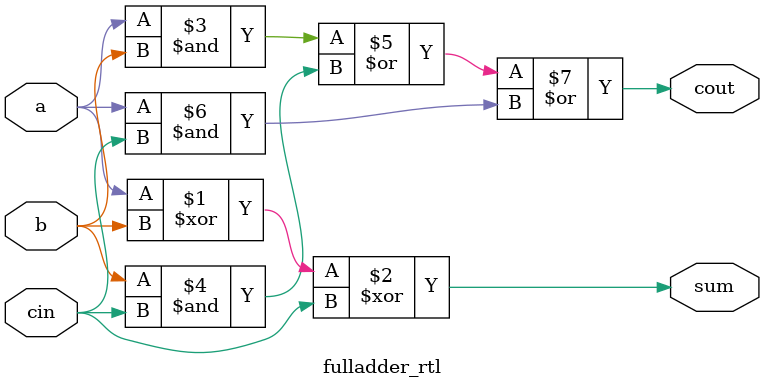
<source format=v>
module fulladder_rtl (
    input wire a,
    input wire b,
    input wire cin,
    output wire sum,
    output wire cout
);

    assign sum = a ^ b ^ cin;
    assign cout = (a & b) | (b & cin) | (a & cin);

endmodule

</source>
